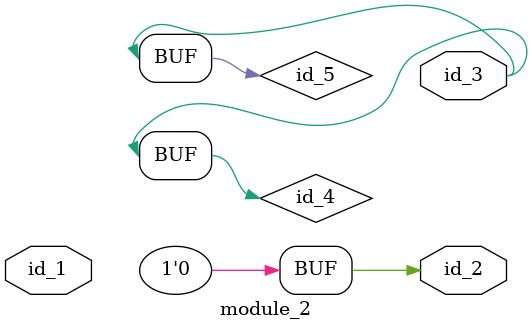
<source format=v>
module module_0 #(
    parameter id_7 = 32'd38,
    parameter id_8 = 32'd6
) (
    id_1,
    id_2,
    id_3
);
  input wire id_3;
  inout wire id_2;
  inout wire id_1;
  wire id_4;
  assign id_1 = id_3;
  generate
    wire id_5;
  endgenerate
  wand id_6 = 1;
  defparam id_7.id_8 = 1;
  assign id_2 = 1'b0;
  module_2 modCall_1 (
      id_2,
      id_6,
      id_6
  );
endmodule
module module_1 (
    id_1,
    id_2
);
  inout wire id_2;
  output wire id_1;
  wire id_3;
  module_0 modCall_1 (
      id_3,
      id_2,
      id_2
  );
  assign modCall_1.id_2 = 0;
endmodule
module module_2 (
    id_1,
    id_2,
    id_3
);
  output wire id_3;
  output wire id_2;
  inout wire id_1;
  wire id_4;
  wire id_5;
  assign id_2 = 1'h0;
  assign id_3 = (id_4);
  assign id_5 = id_4;
endmodule

</source>
